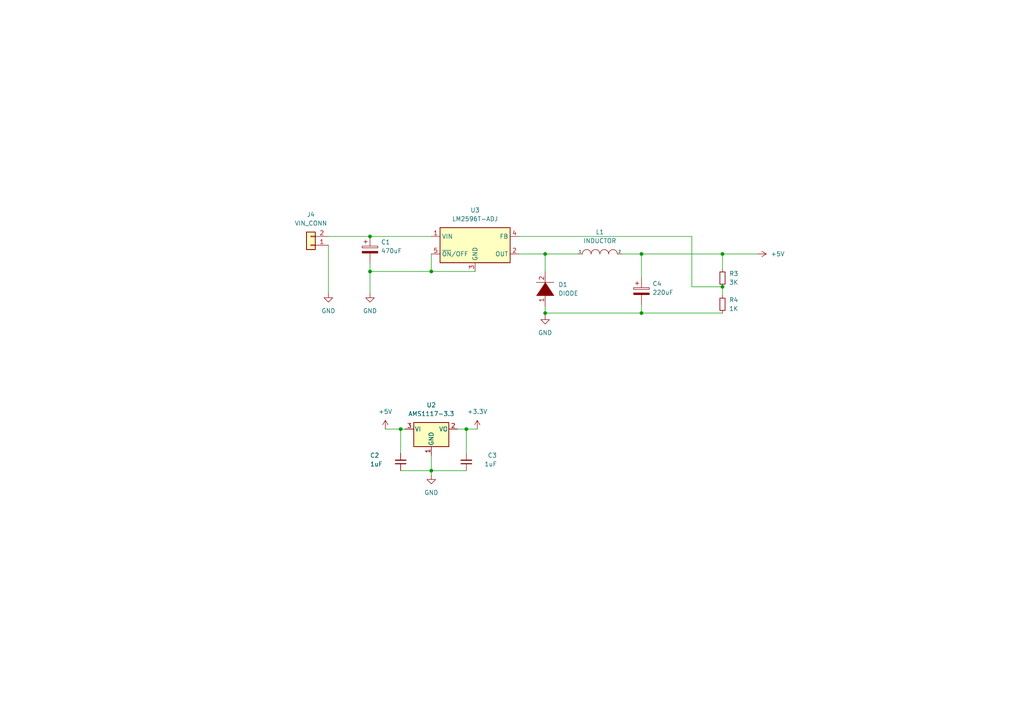
<source format=kicad_sch>
(kicad_sch (version 20211123) (generator eeschema)
  (paper "A4")
  (lib_symbols
    (symbol "Connector_Generic:Conn_01x02" (pin_names (offset 1.016) hide)
      (property "Reference" "J" (at 0 2.54 0))
      (property "Value" "Conn_01x02" (at 0 -5.08 0))
      (symbol "Conn_01x02_1_1"
        (rectangle (start -1.27 -2.413) (end 0 -2.667) (stroke (width 0.1524)))
        (rectangle (start -1.27 0.127) (end 0 -0.127) (stroke (width 0.1524)))
        (rectangle (start -1.27 1.27) (end 1.27 -3.81) (stroke (width 0.254)) (fill (type background)))
        (pin passive line (at -5.08 0 0) (length 3.81) (name "Pin_1") (number "1"))
        (pin passive line (at -5.08 -2.54 0) (length 3.81) (name "Pin_2") (number "2"))
      )
    )
    (symbol "Device:C_Polarized" (pin_numbers hide) (pin_names (offset 0.254))
      (property "Reference" "C" (at 0.635 2.54 0))
      (property "Value" "C_Polarized" (at 0.635 -2.54 0))
      (symbol "C_Polarized_0_1"
        (rectangle (start -2.286 0.508) (end 2.286 1.016))
        (polyline (pts (xy -1.778 2.286) (xy -0.762 2.286)))
        (polyline (pts (xy -1.27 2.794) (xy -1.27 1.778)))
        (rectangle (start 2.286 -0.508) (end -2.286 -1.016) (fill (type outline)))
      )
      (symbol "C_Polarized_1_1"
        (pin passive line (at 0 3.81 270) (length 2.794) (name "~") (number "1"))
        (pin passive line (at 0 -3.81 90) (length 2.794) (name "~") (number "2"))
      )
    )
    (symbol "Device:C_Small" (pin_numbers hide) (pin_names (offset 0.254) hide)
      (property "Reference" "C" (at 0.254 1.778 0))
      (property "Value" "C_Small" (at 0.254 -2.032 0))
      (symbol "C_Small_0_1"
        (polyline (pts (xy -1.524 -0.508) (xy 1.524 -0.508)) (stroke (width 0.3302)))
        (polyline (pts (xy -1.524 0.508) (xy 1.524 0.508)) (stroke (width 0.3048)))
      )
      (symbol "C_Small_1_1"
        (pin passive line (at 0 2.54 270) (length 2.032) (name "~") (number "1"))
        (pin passive line (at 0 -2.54 90) (length 2.032) (name "~") (number "2"))
      )
    )
    (symbol "Device:R_Small" (pin_numbers hide) (pin_names (offset 0.254) hide)
      (property "Reference" "R" (at 0.762 0.508 0))
      (property "Value" "R_Small" (at 0.762 -1.016 0))
      (symbol "R_Small_0_1"
        (rectangle (start -0.762 1.778) (end 0.762 -1.778) (stroke (width 0.2032)))
      )
      (symbol "R_Small_1_1"
        (pin passive line (at 0 2.54 270) (length 0.762) (name "~") (number "1"))
        (pin passive line (at 0 -2.54 90) (length 0.762) (name "~") (number "2"))
      )
    )
    (symbol "Regulator_Linear:AMS1117-3.3" (pin_names (offset 0.254))
      (property "Reference" "U" (at -3.81 3.175 0))
      (property "Value" "AMS1117-3.3" (at 0 3.175 0))
      (symbol "AMS1117-3.3_0_1"
        (rectangle (start -5.08 -5.08) (end 5.08 1.905) (stroke (width 0.254)) (fill (type background)))
      )
      (symbol "AMS1117-3.3_1_1"
        (pin power_in line (at 0 -7.62 90) (length 2.54) (name "GND") (number "1"))
        (pin power_out line (at 7.62 0 180) (length 2.54) (name "VO") (number "2"))
        (pin power_in line (at -7.62 0 0) (length 2.54) (name "VI") (number "3"))
      )
    )
    (symbol "Regulator_Switching:LM2596T-ADJ"
      (property "Reference" "U" (at -10.16 6.35 0))
      (property "Value" "LM2596T-ADJ" (at 0 6.35 0))
      (symbol "LM2596T-ADJ_0_1"
        (rectangle (start -10.16 5.08) (end 10.16 -5.08) (stroke (width 0.254)) (fill (type background)))
      )
      (symbol "LM2596T-ADJ_1_1"
        (pin power_in line (at -12.7 2.54 0) (length 2.54) (name "VIN") (number "1"))
        (pin output line (at 12.7 -2.54 180) (length 2.54) (name "OUT") (number "2"))
        (pin power_in line (at 0 -7.62 90) (length 2.54) (name "GND") (number "3"))
        (pin input line (at 12.7 2.54 180) (length 2.54) (name "FB") (number "4"))
        (pin input line (at -12.7 -2.54 0) (length 2.54) (name "~{ON}/OFF") (number "5"))
      )
    )
    (symbol "power:+3.3V" (power) (pin_names (offset 0))
      (property "Value" "+3.3V" (at 0 3.556 0))
      (symbol "+3.3V_0_1"
        (polyline (pts (xy -0.762 1.27) (xy 0 2.54)))
        (polyline (pts (xy 0 0) (xy 0 2.54)))
        (polyline (pts (xy 0 2.54) (xy 0.762 1.27)))
      )
      (symbol "+3.3V_1_1"
        (pin power_in line (at 0 0 90) (length 0) hide (name "+3.3V") (number "1"))
      )
    )
    (symbol "power:+5V" (power) (pin_names (offset 0))
      (property "Value" "+5V" (at 0 3.556 0))
      (symbol "+5V_0_1"
        (polyline (pts (xy -0.762 1.27) (xy 0 2.54)))
        (polyline (pts (xy 0 0) (xy 0 2.54)))
        (polyline (pts (xy 0 2.54) (xy 0.762 1.27)))
      )
      (symbol "+5V_1_1"
        (pin power_in line (at 0 0 90) (length 0) hide (name "+5V") (number "1"))
      )
    )
    (symbol "power:GND" (power) (pin_names (offset 0))
      (property "Value" "GND" (at 0 -3.81 0))
      (symbol "GND_0_1"
        (polyline (pts (xy 0 0) (xy 0 -1.27) (xy 1.27 -1.27) (xy 0 -2.54) (xy -1.27 -1.27) (xy 0 -1.27)))
      )
      (symbol "GND_1_1"
        (pin power_in line (at 0 0 270) (length 0) hide (name "GND") (number "1"))
      )
    )
    (symbol "pspice:DIODE" (pin_names (offset 1.016) hide)
      (property "Reference" "D" (at 0 3.81 0))
      (property "Value" "DIODE" (at 0 -4.445 0))
      (symbol "DIODE_0_1"
        (polyline (pts (xy 1.905 2.54) (xy 1.905 -2.54)))
        (polyline (pts (xy -1.905 2.54) (xy -1.905 -2.54) (xy 1.905 0)) (fill (type outline)))
      )
      (symbol "DIODE_1_1"
        (pin input line (at -5.08 0 0) (length 3.81) (name "K") (number "1"))
        (pin input line (at 5.08 0 180) (length 3.81) (name "A") (number "2"))
      )
    )
    (symbol "pspice:INDUCTOR" (pin_numbers hide) (pin_names (offset 0))
      (property "Reference" "L" (at 0 2.54 0))
      (property "Value" "INDUCTOR" (at 0 -1.27 0))
      (symbol "INDUCTOR_0_1"
        (arc (start -2.54 0) (mid -3.81 1.27) (end -5.08 0))
        (arc (start 0 0) (mid -1.27 1.27) (end -2.54 0))
        (arc (start 2.54 0) (mid 1.27 1.27) (end 0 0))
        (arc (start 5.08 0) (mid 3.81 1.27) (end 2.54 0))
      )
      (symbol "INDUCTOR_1_1"
        (pin input line (at -6.35 0 0) (length 1.27) (name "1") (number "1"))
        (pin input line (at 6.35 0 180) (length 1.27) (name "2") (number "2"))
      )
    )
  )
  (junction (at 116.205 124.46))
  (junction (at 158.115 90.805))
  (junction (at 125.095 78.74))
  (junction (at 107.315 68.58))
  (junction (at 186.055 90.805))
  (junction (at 186.055 73.66))
  (junction (at 125.095 136.525))
  (junction (at 135.255 124.46))
  (junction (at 107.315 78.74))
  (junction (at 158.115 73.66))
  (junction (at 209.55 73.66))
  (junction (at 209.55 83.185))
  (wire (pts (xy 107.315 76.2) (xy 107.315 78.74)))
  (wire (pts (xy 125.095 136.525) (xy 125.095 137.795)))
  (wire (pts (xy 135.255 124.46) (xy 138.43 124.46)))
  (wire (pts (xy 125.095 132.08) (xy 125.095 136.525)))
  (wire (pts (xy 150.495 73.66) (xy 158.115 73.66)))
  (wire (pts (xy 180.34 73.66) (xy 186.055 73.66)))
  (wire (pts (xy 209.55 73.66) (xy 219.71 73.66)))
  (wire (pts (xy 95.25 71.12) (xy 95.25 85.09)))
  (wire (pts (xy 209.55 90.805) (xy 186.055 90.805)))
  (wire (pts (xy 135.255 124.46) (xy 135.255 131.445)))
  (wire (pts (xy 107.315 68.58) (xy 125.095 68.58)))
  (wire (pts (xy 200.66 68.58) (xy 150.495 68.58)))
  (wire (pts (xy 107.315 78.74) (xy 107.315 85.09)))
  (wire (pts (xy 111.76 124.46) (xy 116.205 124.46)))
  (wire (pts (xy 186.055 73.66) (xy 209.55 73.66)))
  (wire (pts (xy 137.795 78.74) (xy 125.095 78.74)))
  (wire (pts (xy 116.205 136.525) (xy 125.095 136.525)))
  (wire (pts (xy 132.715 124.46) (xy 135.255 124.46)))
  (wire (pts (xy 186.055 73.66) (xy 186.055 80.645)))
  (wire (pts (xy 200.66 83.185) (xy 200.66 68.58)))
  (wire (pts (xy 125.095 136.525) (xy 135.255 136.525)))
  (wire (pts (xy 209.55 73.66) (xy 209.55 78.105)))
  (wire (pts (xy 158.115 88.9) (xy 158.115 90.805)))
  (wire (pts (xy 158.115 90.805) (xy 158.115 91.44)))
  (wire (pts (xy 158.115 90.805) (xy 186.055 90.805)))
  (wire (pts (xy 116.205 124.46) (xy 117.475 124.46)))
  (wire (pts (xy 158.115 73.66) (xy 167.64 73.66)))
  (wire (pts (xy 95.25 68.58) (xy 107.315 68.58)))
  (wire (pts (xy 125.095 73.66) (xy 125.095 78.74)))
  (wire (pts (xy 125.095 78.74) (xy 107.315 78.74)))
  (wire (pts (xy 158.115 78.74) (xy 158.115 73.66)))
  (wire (pts (xy 200.66 83.185) (xy 209.55 83.185)))
  (wire (pts (xy 186.055 90.805) (xy 186.055 88.265)))
  (wire (pts (xy 209.55 83.185) (xy 209.55 85.725)))
  (wire (pts (xy 116.205 124.46) (xy 116.205 131.445)))
  (symbol (lib_id "Device:C_Polarized") (at 107.315 72.39 0) (unit 1)
    (property "Reference" "C1" (at 110.49 70.2309 0) (effects (justify left)))
    (property "Value" "470uF" (at 110.49 72.7709 0) (effects (justify left)))
    (property "Footprint" "Capacitor_SMD:CP_Elec_8x6.7" (effects hide))
  )
  (symbol (lib_id "Connector_Generic:Conn_01x02") (at 90.17 71.12 180) (unit 1)
    (property "Reference" "J4" (at 90.17 62.23 0))
    (property "Value" "VIN_CONN" (at 90.17 64.77 0))
    (property "Footprint" "Connector_Phoenix_MC:PhoenixContact_MC_1,5_2-G-3.81_1x02_P3.81mm_Horizontal" (effects hide))
  )
  (symbol (lib_id "Device:C_Polarized") (at 186.055 84.455 0) (unit 1)
    (property "Reference" "C4" (at 189.23 82.2959 0) (effects (justify left)))
    (property "Value" "220uF" (at 189.23 84.8359 0) (effects (justify left)))
    (property "Footprint" "Capacitor_SMD:CP_Elec_8x6.7" (effects hide))
  )
  (symbol (lib_id "power:+5V") (at 219.71 73.66 270) (unit 1)
    (property "Reference" "#PWR0108" (effects hide))
    (property "Value" "+5V" (at 223.52 73.6599 90) (effects (justify left)))
  )
  (symbol (lib_id "power:GND") (at 107.315 85.09 0) (unit 1)
    (property "Reference" "#PWR0110" (effects hide))
    (property "Value" "GND" (at 107.315 90.17 0))
  )
  (symbol (lib_id "Device:C_Small") (at 116.205 133.985 180) (unit 1)
    (property "Reference" "C2" (at 107.315 132.08 0) (effects (justify right)))
    (property "Value" "1uF" (at 107.315 134.62 0) (effects (justify right)))
    (property "Footprint" "Capacitor_SMD:C_0805_2012Metric" (effects hide))
  )
  (symbol (lib_id "Regulator_Linear:AMS1117-3.3") (at 125.095 124.46 0) (unit 1)
    (property "Reference" "U2" (at 125.095 117.475 0))
    (property "Value" "AMS1117-3.3" (at 125.095 120.015 0))
    (property "Footprint" "Package_TO_SOT_SMD:SOT-223-3_TabPin2" (effects hide))
    (property "Datasheet" "http://www.advanced-monolithic.com/pdf/ds1117.pdf" (effects hide))
  )
  (symbol (lib_id "Device:C_Small") (at 135.255 133.985 0) (mirror x) (unit 1)
    (property "Reference" "C3" (at 144.145 132.08 0) (effects (justify right)))
    (property "Value" "1uF" (at 144.145 134.62 0) (effects (justify right)))
    (property "Footprint" "Capacitor_SMD:C_0805_2012Metric" (effects hide))
  )
  (symbol (lib_id "power:GND") (at 95.25 85.09 0) (unit 1)
    (property "Reference" "#PWR0114" (effects hide))
    (property "Value" "GND" (at 95.25 90.17 0))
  )
  (symbol (lib_id "pspice:INDUCTOR") (at 173.99 73.66 0) (unit 1)
    (property "Reference" "L1" (at 173.99 67.31 0))
    (property "Value" "INDUCTOR" (at 173.99 69.85 0))
    (property "Footprint" "Inductor_SMD:L_12x12mm_H6mm" (effects hide))
  )
  (symbol (lib_id "pspice:DIODE") (at 158.115 83.82 90) (unit 1)
    (property "Reference" "D1" (at 161.925 82.5499 90) (effects (justify right)))
    (property "Value" "DIODE" (at 161.925 85.0899 90) (effects (justify right)))
    (property "Footprint" "Diode_SMD:D_SMC" (effects hide))
  )
  (symbol (lib_id "power:GND") (at 125.095 137.795 0) (unit 1)
    (property "Reference" "#PWR0113" (effects hide))
    (property "Value" "GND" (at 125.095 142.875 0))
  )
  (symbol (lib_id "Regulator_Switching:LM2596T-ADJ") (at 137.795 71.12 0) (unit 1)
    (property "Reference" "U3" (at 137.795 60.96 0))
    (property "Value" "LM2596T-ADJ" (at 137.795 63.5 0))
    (property "Footprint" "Package_TO_SOT_SMD:TO-263-5_TabPin3" (effects hide))
    (property "Datasheet" "http://www.ti.com/lit/ds/symlink/lm2596.pdf" (effects hide))
  )
  (symbol (lib_id "power:GND") (at 158.115 91.44 0) (unit 1)
    (property "Reference" "#PWR0109" (effects hide))
    (property "Value" "GND" (at 158.115 96.52 0))
  )
  (symbol (lib_id "power:+3.3V") (at 138.43 124.46 0) (unit 1)
    (property "Reference" "#PWR0112" (effects hide))
    (property "Value" "+3.3V" (at 138.43 119.38 0))
  )
  (symbol (lib_id "Device:R_Small") (at 209.55 88.265 0) (unit 1)
    (property "Reference" "R4" (at 211.455 86.9949 0) (effects (justify left)))
    (property "Value" "1K" (at 211.455 89.5349 0) (effects (justify left)))
    (property "Footprint" "Resistor_SMD:R_0805_2012Metric" (effects hide))
  )
  (symbol (lib_id "power:+5V") (at 111.76 124.46 0) (unit 1)
    (property "Reference" "#PWR0111" (effects hide))
    (property "Value" "+5V" (at 111.76 119.38 0))
  )
  (symbol (lib_id "Device:R_Small") (at 209.55 80.645 0) (unit 1)
    (property "Reference" "R3" (at 211.455 79.3749 0) (effects (justify left)))
    (property "Value" "3K" (at 211.455 81.9149 0) (effects (justify left)))
    (property "Footprint" "Resistor_SMD:R_0805_2012Metric" (effects hide))
  )
)
</source>
